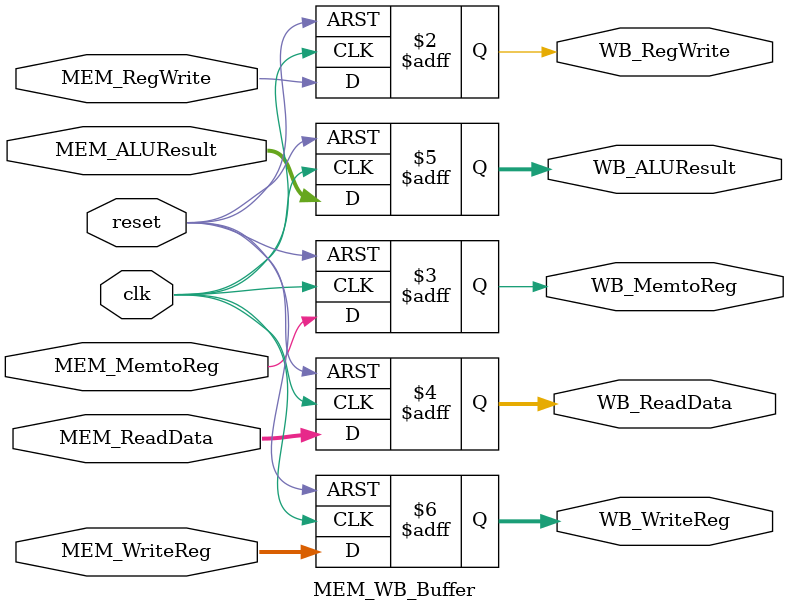
<source format=v>
module MEM_WB_Buffer (
    input         clk,
    input reset,
    // Señales de Control de entrada (WB)
    input MEM_RegWrite,
    input MEM_MemtoReg,
    // Datos de entrada
    input  [31:0] MEM_ReadData,     // Dato leido de memoria (para LW)
    input  [31:0] MEM_ALUResult,    // Resultado de la ALU
    input  [4:0]  MEM_WriteReg,     // Registro destino
    // Señales de Control de salida (WB)
    output reg       WB_RegWrite,
    output reg       WB_MemtoReg,
    // Datos de salida
    output reg [31:0] WB_ReadData,
    output reg [31:0] WB_ALUResult,
    output reg [4:0]  WB_WriteReg
);

    always @(posedge clk or posedge reset) begin
        if (reset) begin
            // Reset: limpiar buffer
            WB_RegWrite  <= 1'b0;
            WB_MemtoReg  <= 1'b0;
            WB_ReadData  <= 32'b0;
            WB_ALUResult <= 32'b0;
            WB_WriteReg  <= 5'b0;
        end
        else begin
            // Normal: pasar los valores
            WB_RegWrite  <= MEM_RegWrite;
            WB_MemtoReg  <= MEM_MemtoReg;
            WB_ReadData  <= MEM_ReadData;
            WB_ALUResult <= MEM_ALUResult;
            WB_WriteReg  <= MEM_WriteReg;
        end
    end

endmodule

</source>
